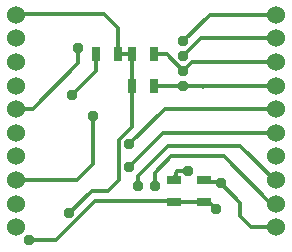
<source format=gbl>
G75*
%MOIN*%
%OFA0B0*%
%FSLAX25Y25*%
%IPPOS*%
%LPD*%
%AMOC8*
5,1,8,0,0,1.08239X$1,22.5*
%
%ADD10R,0.04724X0.03150*%
%ADD11R,0.03150X0.04724*%
%ADD12C,0.06000*%
%ADD13OC8,0.03562*%
%ADD14C,0.01200*%
D10*
X0060100Y0043057D03*
X0060100Y0050143D03*
X0070100Y0050143D03*
X0070100Y0043057D03*
D11*
X0053143Y0081600D03*
X0046057Y0081600D03*
X0046057Y0092100D03*
X0041143Y0092100D03*
X0034057Y0092100D03*
X0053143Y0092100D03*
D12*
X0093907Y0089592D03*
X0093907Y0097466D03*
X0093907Y0105340D03*
X0093907Y0081718D03*
X0093907Y0073844D03*
X0093907Y0065970D03*
X0093907Y0058096D03*
X0093907Y0050222D03*
X0093907Y0042348D03*
X0093907Y0034474D03*
X0007293Y0034474D03*
X0007293Y0042348D03*
X0007293Y0050222D03*
X0007293Y0058096D03*
X0007293Y0065970D03*
X0007293Y0073844D03*
X0007293Y0081718D03*
X0007293Y0089592D03*
X0007293Y0097466D03*
X0007293Y0105340D03*
D13*
X0011604Y0030163D03*
X0025100Y0039100D03*
X0045100Y0054600D03*
X0048100Y0048100D03*
X0053600Y0048100D03*
X0064600Y0053100D03*
X0074100Y0040600D03*
X0075600Y0049100D03*
X0063100Y0081600D03*
X0063100Y0086600D03*
X0063100Y0091600D03*
X0063100Y0096600D03*
X0045100Y0062100D03*
X0033100Y0071600D03*
X0026100Y0078600D03*
X0028100Y0094100D03*
D14*
X0028100Y0089100D01*
X0012844Y0073844D01*
X0007293Y0073844D01*
X0007293Y0050222D02*
X0007415Y0050100D01*
X0027600Y0050100D01*
X0033100Y0055600D01*
X0033100Y0071600D01*
X0026100Y0078600D02*
X0034057Y0086557D01*
X0034057Y0092100D01*
X0041143Y0092100D02*
X0041143Y0101057D01*
X0036600Y0105600D01*
X0007553Y0105600D01*
X0007293Y0105340D01*
X0041143Y0092100D02*
X0046057Y0092100D01*
X0046057Y0081600D01*
X0046057Y0068057D01*
X0041600Y0063600D01*
X0041600Y0050100D01*
X0038100Y0046600D01*
X0032600Y0046600D01*
X0025100Y0039100D01*
X0033600Y0043100D02*
X0020663Y0030163D01*
X0011604Y0030163D01*
X0033600Y0043100D02*
X0058057Y0043100D01*
X0060100Y0043057D01*
X0070100Y0043057D01*
X0071643Y0043057D01*
X0074100Y0040600D01*
X0082100Y0042600D02*
X0075600Y0049100D01*
X0075100Y0049600D01*
X0070643Y0049600D01*
X0070100Y0050143D01*
X0064600Y0053100D02*
X0061057Y0053100D01*
X0060100Y0050143D01*
X0053600Y0052600D02*
X0059100Y0058100D01*
X0076600Y0058100D01*
X0092352Y0042348D01*
X0093907Y0042348D01*
X0093907Y0034474D02*
X0085726Y0034474D01*
X0082100Y0038100D01*
X0082100Y0042600D01*
X0093478Y0050222D02*
X0082100Y0061600D01*
X0058100Y0061600D01*
X0048100Y0051600D01*
X0048100Y0048100D01*
X0053600Y0048100D02*
X0053600Y0052600D01*
X0045100Y0054600D02*
X0056470Y0065970D01*
X0093907Y0065970D01*
X0093907Y0073844D02*
X0056844Y0073844D01*
X0045100Y0062100D01*
X0053143Y0081600D02*
X0063100Y0081600D01*
X0063218Y0081718D01*
X0069100Y0081718D01*
X0069600Y0081218D01*
X0069100Y0081718D02*
X0093907Y0081718D01*
X0093907Y0089592D02*
X0066092Y0089592D01*
X0063100Y0086600D01*
X0057600Y0092100D01*
X0053143Y0092100D01*
X0063100Y0091600D02*
X0068966Y0097466D01*
X0093907Y0097466D01*
X0093907Y0105340D02*
X0071840Y0105340D01*
X0063100Y0096600D01*
X0093478Y0050222D02*
X0093907Y0050222D01*
M02*

</source>
